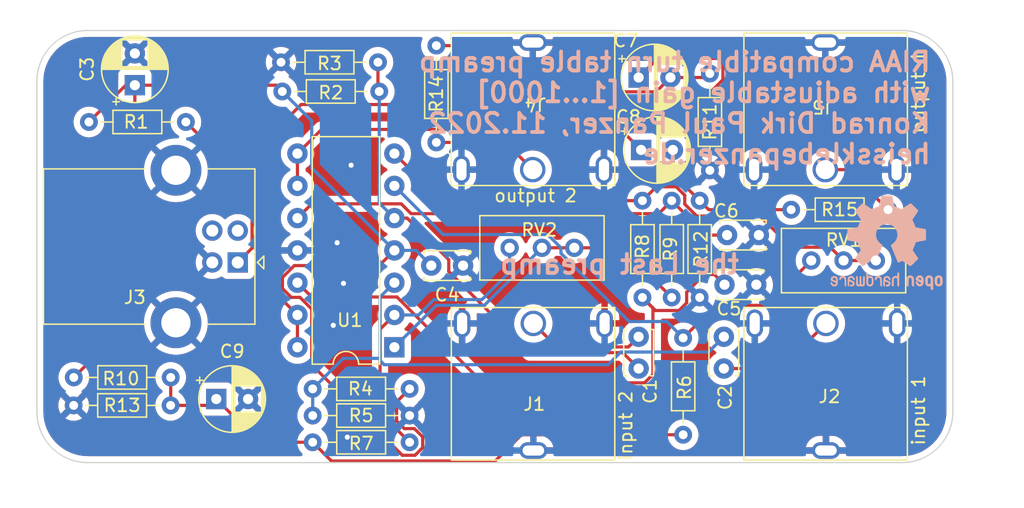
<source format=kicad_pcb>
(kicad_pcb (version 20211014) (generator pcbnew)
  (layers (0 "F.Cu" signal) (31 "B.Cu" signal) (34 "B.Paste" user) (35 "F.Paste" user) (36 "B.SilkS" user "B.Silkscreen") (37 "F.SilkS" user "F.Silkscreen") (38 "B.Mask" user) (39 "F.Mask" user) (44 "Edge.Cuts" user))
  (net 0 "")
  (net 1 "Net-(C1-Pad1)")
  (net 2 "Net-(U1-Pad5)")
  (net 3 "Net-(C2-Pad1)")
  (net 4 "Net-(U1-Pad3)")
  (net 5 "+5V")
  (net 6 "GND")
  (net 7 "Net-(U1-Pad12)")
  (net 8 "Net-(U1-Pad10)")
  (net 9 "Net-(U1-Pad13)")
  (net 10 "Net-(C7-Pad2)")
  (net 11 "Net-(U1-Pad8)")
  (net 12 "Net-(C8-Pad2)")
  (net 13 "+2V5")
  (net 14 "Net-(J3-Pad1)")
  (net 17 "Net-(J4-PadT)")
  (net 18 "Net-(J5-PadT)")
  (net 19 "Net-(U1-Pad6)")
  (net 20 "Net-(U1-Pad2)")
  (net 21 "Net-(U1-Pad7)")
  (net 22 "Net-(U1-Pad1)")
  (footprint "Resistor_THT:R_Axial_DIN0204_L3.6mm_D1.6mm_P7.62mm_Horizontal" (layer "F.Cu") (at 65.1 175.31 90)
    (fp_text reference "R11" (at 3.81 0 90) (layer "F.SilkS"))
    (fp_text value "47kΩ")
    (pad "1" thru_hole circle locked (at 0 0 90) (size 1.4 1.4) (drill 0.7) (layers *.Cu *.Mask) (net 6 "GND"))
    (pad "2" thru_hole oval locked (at 7.62 0 90) (size 1.4 1.4) (drill 0.7) (layers *.Cu *.Mask) (net 10 "Net-(C7-Pad2)"))
  )
  (footprint "Konradslibrary:cinch_einbaubuchse_CBP_G" (layer "F.Cu") (at 74.175 165.25 180)
    (fp_text reference "J5" (at 0.175 -5.05 180 unlocked) (layer "F.SilkS"))
    (fp_text value "AudioJack2")
    (pad "S" thru_hole oval (at -5.6 -10 180) (size 1.3 2.2) (drill oval 0.8 1.7) (layers *.Cu *.Mask) (net 6 "GND"))
    (pad "S" thru_hole oval (at 5.6 -10 180) (size 1.3 2.2) (drill oval 0.8 1.7) (layers *.Cu *.Mask) (net 6 "GND"))
    (pad "S" thru_hole oval (at 0 0 180) (size 2.2 1.3) (drill oval 1.7 0.8) (layers *.Cu *.Mask) (net 6 "GND"))
    (pad "T" thru_hole circle (at 0 -10 180) (size 2 2) (drill 1.5) (layers *.Cu *.Mask) (net 18 "Net-(J5-PadT)"))
  )
  (footprint "Resistor_THT:R_Axial_DIN0204_L3.6mm_D1.6mm_P7.62mm_Horizontal" (layer "F.Cu") (at 22.72 191.6 180)
    (fp_text reference "R10" (at 3.91 -0.1) (layer "F.SilkS"))
    (fp_text value "500Ω")
    (pad "1" thru_hole circle locked (at 0 0 180) (size 1.4 1.4) (drill 0.7) (layers *.Cu *.Mask) (net 13 "+2V5"))
    (pad "2" thru_hole oval locked (at 7.62 0 180) (size 1.4 1.4) (drill 0.7) (layers *.Cu *.Mask) (net 5 "+5V"))
  )
  (footprint "Capacitor_THT:CP_Radial_D5.0mm_P2.50mm" (layer "F.Cu") (at 59.5 168)
    (fp_text reference "C7" (at -1 -2.9) (layer "F.SilkS"))
    (fp_text value "10µF")
    (pad "1" thru_hole rect locked (at 0 0) (size 1.6 1.6) (drill 0.8) (layers *.Cu *.Mask) (net 9 "Net-(U1-Pad13)"))
    (pad "2" thru_hole circle locked (at 2.5 0) (size 1.6 1.6) (drill 0.8) (layers *.Cu *.Mask) (net 10 "Net-(C7-Pad2)"))
  )
  (footprint "Capacitor_THT:C_Disc_D3.4mm_W2.1mm_P2.50mm" (layer "F.Cu") (at 68.75 184.3 180)
    (fp_text reference "C5" (at 2.15 -1.9) (layer "F.SilkS"))
    (fp_text value "22nF")
    (pad "1" thru_hole circle locked (at 0 0 180) (size 1.6 1.6) (drill 0.8) (layers *.Cu *.Mask) (net 6 "GND"))
    (pad "2" thru_hole circle locked (at 2.5 0 180) (size 1.6 1.6) (drill 0.8) (layers *.Cu *.Mask) (net 7 "Net-(U1-Pad12)"))
  )
  (footprint "Konradslibrary:cinch_einbaubuchse_CBP_G" (layer "F.Cu") (at 74.225 197.35)
    (fp_text reference "J2" (at 0.275 -4.25 unlocked) (layer "F.SilkS"))
    (fp_text value "AudioJack2")
    (pad "S" thru_hole oval (at 0 0) (size 2.2 1.3) (drill oval 1.7 0.8) (layers *.Cu *.Mask) (net 6 "GND"))
    (pad "S" thru_hole oval (at -5.6 -10) (size 1.3 2.2) (drill oval 0.8 1.7) (layers *.Cu *.Mask) (net 6 "GND"))
    (pad "S" thru_hole oval (at 5.6 -10) (size 1.3 2.2) (drill oval 0.8 1.7) (layers *.Cu *.Mask) (net 6 "GND"))
    (pad "T" thru_hole circle (at 0 -10) (size 2 2) (drill 1.5) (layers *.Cu *.Mask) (net 3 "Net-(C2-Pad1)"))
  )
  (footprint "Capacitor_THT:CP_Radial_D5.0mm_P2.50mm" (layer "F.Cu") (at 26.3 193.3)
    (fp_text reference "C9" (at 1.25 -3.75) (layer "F.SilkS"))
    (fp_text value "1µF")
    (pad "1" thru_hole rect locked (at 0 0) (size 1.6 1.6) (drill 0.8) (layers *.Cu *.Mask) (net 13 "+2V5"))
    (pad "2" thru_hole circle locked (at 2.5 0) (size 1.6 1.6) (drill 0.8) (layers *.Cu *.Mask) (net 6 "GND"))
  )
  (footprint "Package_DIP:DIP-14_W7.62mm" (layer "F.Cu") (at 40.3 189.225 180)
    (fp_text reference "U1" (at 3.5 2.125) (layer "F.SilkS"))
    (fp_text value "MCP6004")
    (pad "1" thru_hole rect locked (at 0 0 180) (size 1.6 1.6) (drill 0.8) (layers *.Cu *.Mask) (net 22 "Net-(U1-Pad1)"))
    (pad "2" thru_hole oval locked (at 0 2.54 180) (size 1.6 1.6) (drill 0.8) (layers *.Cu *.Mask) (net 20 "Net-(U1-Pad2)"))
    (pad "3" thru_hole oval locked (at 0 5.08 180) (size 1.6 1.6) (drill 0.8) (layers *.Cu *.Mask) (net 4 "Net-(U1-Pad3)"))
    (pad "4" thru_hole oval locked (at 0 7.62 180) (size 1.6 1.6) (drill 0.8) (layers *.Cu *.Mask) (net 5 "+5V"))
    (pad "5" thru_hole oval locked (at 0 10.16 180) (size 1.6 1.6) (drill 0.8) (layers *.Cu *.Mask) (net 2 "Net-(U1-Pad5)"))
    (pad "6" thru_hole oval locked (at 0 12.7 180) (size 1.6 1.6) (drill 0.8) (layers *.Cu *.Mask) (net 19 "Net-(U1-Pad6)"))
    (pad "7" thru_hole oval locked (at 0 15.24 180) (size 1.6 1.6) (drill 0.8) (layers *.Cu *.Mask) (net 21 "Net-(U1-Pad7)"))
    (pad "8" thru_hole oval locked (at 7.62 15.24 180) (size 1.6 1.6) (drill 0.8) (layers *.Cu *.Mask) (net 11 "Net-(U1-Pad8)"))
    (pad "9" thru_hole oval locked (at 7.62 12.7 180) (size 1.6 1.6) (drill 0.8) (layers *.Cu *.Mask) (net 11 "Net-(U1-Pad8)"))
    (pad "10" thru_hole oval locked (at 7.62 10.16 180) (size 1.6 1.6) (drill 0.8) (layers *.Cu *.Mask) (net 8 "Net-(U1-Pad10)"))
    (pad "11" thru_hole oval locked (at 7.62 7.62 180) (size 1.6 1.6) (drill 0.8) (layers *.Cu *.Mask) (net 6 "GND"))
    (pad "12" thru_hole oval locked (at 7.62 5.08 180) (size 1.6 1.6) (drill 0.8) (layers *.Cu *.Mask) (net 7 "Net-(U1-Pad12)"))
    (pad "13" thru_hole oval locked (at 7.62 2.54 180) (size 1.6 1.6) (drill 0.8) (layers *.Cu *.Mask) (net 9 "Net-(U1-Pad13)"))
    (pad "14" thru_hole oval locked (at 7.62 0 180) (size 1.6 1.6) (drill 0.8) (layers *.Cu *.Mask) (net 9 "Net-(U1-Pad13)"))
  )
  (footprint "Capacitor_THT:CP_Radial_D5.0mm_P2.50mm" (layer "F.Cu") (at 59.694888 173.7)
    (fp_text reference "C8" (at -0.994888 -2.6) (layer "F.SilkS"))
    (fp_text value "10µF")
    (pad "1" thru_hole rect locked (at 0 0) (size 1.6 1.6) (drill 0.8) (layers *.Cu *.Mask) (net 11 "Net-(U1-Pad8)"))
    (pad "2" thru_hole circle locked (at 2.5 0) (size 1.6 1.6) (drill 0.8) (layers *.Cu *.Mask) (net 12 "Net-(C8-Pad2)"))
  )
  (footprint "Connector_USB:USB_B_Lumberg_2411_02_Horizontal" (layer "F.Cu") (at 27.9875 182.55 180)
    (fp_text reference "J3" (at 8.0875 -2.75) (layer "F.SilkS"))
    (fp_text value "USB_A")
    (pad "1" thru_hole rect locked (at 0 0 270) (size 1.6 1.6) (drill 0.95) (layers *.Cu *.Mask) (net 14 "Net-(J3-Pad1)"))
    (pad "2" thru_hole circle locked (at 0 2.5 270) (size 1.6 1.6) (drill 0.95) (layers *.Cu *.Mask))
    (pad "3" thru_hole circle locked (at 2 2.5 270) (size 1.6 1.6) (drill 0.95) (layers *.Cu *.Mask))
    (pad "4" thru_hole circle locked (at 2 0 270) (size 1.6 1.6) (drill 0.95) (layers *.Cu *.Mask) (net 6 "GND"))
    (pad "5" thru_hole circle locked (at 4.86 7.25 270) (size 4 4) (drill 2.3) (layers *.Cu *.Mask) (net 6 "GND"))
    (pad "5" thru_hole circle locked (at 4.86 -4.75 270) (size 4 4) (drill 2.3) (layers *.Cu *.Mask) (net 6 "GND"))
  )
  (footprint "Capacitor_THT:C_Disc_D3.4mm_W2.1mm_P2.50mm" (layer "F.Cu") (at 59.5 188.4 -90)
    (fp_text reference "C1" (at 4.3 -0.9 90) (layer "F.SilkS"))
    (fp_text value "200nF")
    (pad "1" thru_hole circle locked (at 0 0 270) (size 1.6 1.6) (drill 0.8) (layers *.Cu *.Mask) (net 1 "Net-(C1-Pad1)"))
    (pad "2" thru_hole circle locked (at 2.5 0 270) (size 1.6 1.6) (drill 0.8) (layers *.Cu *.Mask) (net 2 "Net-(U1-Pad5)"))
  )
  (footprint "Potentiometer_THT:Potentiometer_Bourns_3296W_Vertical" (layer "F.Cu") (at 78.15 182.4)
    (fp_text reference "RV1" (at -2.54 -1.6) (layer "F.SilkS"))
    (fp_text value "1MΩ")
    (pad "1" thru_hole circle locked (at 0 0) (size 1.44 1.44) (drill 0.8) (layers *.Cu *.Mask) (net 21 "Net-(U1-Pad7)"))
    (pad "2" thru_hole circle locked (at -2.54 0) (size 1.44 1.44) (drill 0.8) (layers *.Cu *.Mask) (net 21 "Net-(U1-Pad7)"))
    (pad "3" thru_hole circle locked (at -5.08 0) (size 1.44 1.44) (drill 0.8) (layers *.Cu *.Mask) (net 19 "Net-(U1-Pad6)"))
  )
  (footprint "Resistor_THT:R_Axial_DIN0204_L3.6mm_D1.6mm_P7.62mm_Horizontal" (layer "F.Cu") (at 43.6 173.11 90)
    (fp_text reference "R14" (at 3.81 0 90) (layer "F.SilkS"))
    (fp_text value "100Ω")
    (pad "1" thru_hole circle locked (at 0 0 90) (size 1.4 1.4) (drill 0.7) (layers *.Cu *.Mask) (net 17 "Net-(J4-PadT)"))
    (pad "2" thru_hole oval locked (at 7.62 0 90) (size 1.4 1.4) (drill 0.7) (layers *.Cu *.Mask) (net 10 "Net-(C7-Pad2)"))
  )
  (footprint "Capacitor_THT:C_Disc_D3.4mm_W2.1mm_P2.50mm" (layer "F.Cu") (at 66.2 190.9 90)
    (fp_text reference "C2" (at -2.3 0.1 90) (layer "F.SilkS"))
    (fp_text value "200nF")
    (pad "1" thru_hole circle locked (at 0 0 90) (size 1.6 1.6) (drill 0.8) (layers *.Cu *.Mask) (net 3 "Net-(C2-Pad1)"))
    (pad "2" thru_hole circle locked (at 2.5 0 90) (size 1.6 1.6) (drill 0.8) (layers *.Cu *.Mask) (net 4 "Net-(U1-Pad3)"))
  )
  (footprint "Resistor_THT:R_Axial_DIN0204_L3.6mm_D1.6mm_P7.62mm_Horizontal" (layer "F.Cu") (at 39.11 169.1 180)
    (fp_text reference "R2" (at 3.81 -0.1) (layer "F.SilkS"))
    (fp_text value "150kΩ")
    (pad "1" thru_hole circle locked (at 0 0 180) (size 1.4 1.4) (drill 0.7) (layers *.Cu *.Mask) (net 2 "Net-(U1-Pad5)"))
    (pad "2" thru_hole oval locked (at 7.62 0 180) (size 1.4 1.4) (drill 0.7) (layers *.Cu *.Mask) (net 5 "+5V"))
  )
  (footprint "Resistor_THT:R_Axial_DIN0204_L3.6mm_D1.6mm_P7.62mm_Horizontal" (layer "F.Cu") (at 16.29 171.5)
    (fp_text reference "R1" (at 3.71 0) (layer "F.SilkS"))
    (fp_text value "100Ω")
    (pad "1" thru_hole circle locked (at 0 0) (size 1.4 1.4) (drill 0.7) (layers *.Cu *.Mask) (net 5 "+5V"))
    (pad "2" thru_hole oval locked (at 7.62 0) (size 1.4 1.4) (drill 0.7) (layers *.Cu *.Mask) (net 14 "Net-(J3-Pad1)"))
  )
  (footprint "Konradslibrary:cinch_einbaubuchse_CBP_G" (layer "F.Cu") (at 51.225 197.35)
    (fp_text reference "J1" (at 0.075 -3.65 unlocked) (layer "F.SilkS"))
    (fp_text value "AudioJack2")
    (pad "S" thru_hole oval (at -5.6 -10) (size 1.3 2.2) (drill oval 0.8 1.7) (layers *.Cu *.Mask) (net 6 "GND"))
    (pad "S" thru_hole oval (at 5.6 -10) (size 1.3 2.2) (drill oval 0.8 1.7) (layers *.Cu *.Mask) (net 6 "GND"))
    (pad "S" thru_hole oval (at 0 0) (size 2.2 1.3) (drill oval 1.7 0.8) (layers *.Cu *.Mask) (net 6 "GND"))
    (pad "T" thru_hole circle (at 0 -10) (size 2 2) (drill 1.5) (layers *.Cu *.Mask) (net 1 "Net-(C1-Pad1)"))
  )
  (footprint "Resistor_THT:R_Axial_DIN0204_L3.6mm_D1.6mm_P7.62mm_Horizontal" (layer "F.Cu") (at 79.11 178.4 180)
    (fp_text reference "R15" (at 3.81 0) (layer "F.SilkS"))
    (fp_text value "100Ω")
    (pad "1" thru_hole circle locked (at 0 0 180) (size 1.4 1.4) (drill 0.7) (layers *.Cu *.Mask) (net 18 "Net-(J5-PadT)"))
    (pad "2" thru_hole oval locked (at 7.62 0 180) (size 1.4 1.4) (drill 0.7) (layers *.Cu *.Mask) (net 12 "Net-(C8-Pad2)"))
  )
  (footprint "Resistor_THT:R_Axial_DIN0204_L3.6mm_D1.6mm_P7.62mm_Horizontal" (layer "F.Cu") (at 31.39 166.8)
    (fp_text reference "R3" (at 3.81 0.1) (layer "F.SilkS"))
    (fp_text value "150kΩ")
    (pad "1" thru_hole circle locked (at 0 0) (size 1.4 1.4) (drill 0.7) (layers *.Cu *.Mask) (net 6 "GND"))
    (pad "2" thru_hole oval locked (at 7.62 0) (size 1.4 1.4) (drill 0.7) (layers *.Cu *.Mask) (net 2 "Net-(U1-Pad5)"))
  )
  (footprint "Resistor_THT:R_Axial_DIN0204_L3.6mm_D1.6mm_P7.62mm_Horizontal" (layer "F.Cu") (at 64.3 185.31 90)
    (fp_text reference "R12" (at 3.81 0.1 90) (layer "F.SilkS"))
    (fp_text value "47kΩ")
    (pad "1" thru_hole circle locked (at 0 0 90) (size 1.4 1.4) (drill 0.7) (layers *.Cu *.Mask) (net 6 "GND"))
    (pad "2" thru_hole oval locked (at 7.62 0 90) (size 1.4 1.4) (drill 0.7) (layers *.Cu *.Mask) (net 12 "Net-(C8-Pad2)"))
  )
  (footprint "Resistor_THT:R_Axial_DIN0204_L3.6mm_D1.6mm_P7.62mm_Horizontal" (layer "F.Cu") (at 59.8 185.31 90)
    (fp_text reference "R8" (at 4.01 0 90) (layer "F.SilkS"))
    (fp_text value "72kΩ")
    (pad "1" thru_hole circle locked (at 0 0 90) (size 1.4 1.4) (drill 0.7) (layers *.Cu *.Mask) (net 7 "Net-(U1-Pad12)"))
    (pad "2" thru_hole oval locked (at 7.62 0 90) (size 1.4 1.4) (drill 0.7) (layers *.Cu *.Mask) (net 21 "Net-(U1-Pad7)"))
  )
  (footprint "Resistor_THT:R_Axial_DIN0204_L3.6mm_D1.6mm_P7.62mm_Horizontal" (layer "F.Cu") (at 63 196.11 90)
    (fp_text reference "R6" (at 3.71 0.1 90) (layer "F.SilkS"))
    (fp_text value "10kΩ")
    (pad "1" thru_hole circle locked (at 0 0 90) (size 1.4 1.4) (drill 0.7) (layers *.Cu *.Mask) (net 13 "+2V5"))
    (pad "2" thru_hole oval locked (at 7.62 0 90) (size 1.4 1.4) (drill 0.7) (layers *.Cu *.Mask) (net 19 "Net-(U1-Pad6)"))
  )
  (footprint "Resistor_THT:R_Axial_DIN0204_L3.6mm_D1.6mm_P7.62mm_Horizontal" (layer "F.Cu") (at 33.88 192.5)
    (fp_text reference "R4" (at 3.75 0) (layer "F.SilkS"))
    (fp_text value "150kΩ")
    (pad "1" thru_hole circle locked (at 0 0) (size 1.4 1.4) (drill 0.7) (layers *.Cu *.Mask) (net 4 "Net-(U1-Pad3)"))
    (pad "2" thru_hole oval locked (at 7.62 0) (size 1.4 1.4) (drill 0.7) (layers *.Cu *.Mask) (net 5 "+5V"))
  )
  (footprint "Capacitor_THT:C_Disc_D3.4mm_W2.1mm_P2.50mm" (layer "F.Cu") (at 68.95 180.4 180)
    (fp_text reference "C6" (at 2.55 1.9) (layer "F.SilkS"))
    (fp_text value "22nF")
    (pad "1" thru_hole circle locked (at 0 0 180) (size 1.6 1.6) (drill 0.8) (layers *.Cu *.Mask) (net 6 "GND"))
    (pad "2" thru_hole circle locked (at 2.5 0 180) (size 1.6 1.6) (drill 0.8) (layers *.Cu *.Mask) (net 8 "Net-(U1-Pad10)"))
  )
  (footprint "Resistor_THT:R_Axial_DIN0204_L3.6mm_D1.6mm_P7.62mm_Horizontal" (layer "F.Cu") (at 62.1 177.69 -90)
    (fp_text reference "R9" (at 3.81 0.1 90) (layer "F.SilkS"))
    (fp_text value "72kΩ")
    (pad "1" thru_hole circle locked (at 0 0 270) (size 1.4 1.4) (drill 0.7) (layers *.Cu *.Mask) (net 8 "Net-(U1-Pad10)"))
    (pad "2" thru_hole oval locked (at 7.62 0 270) (size 1.4 1.4) (drill 0.7) (layers *.Cu *.Mask) (net 22 "Net-(U1-Pad1)"))
  )
  (footprint "Resistor_THT:R_Axial_DIN0204_L3.6mm_D1.6mm_P7.62mm_Horizontal" (layer "F.Cu") (at 33.88 196.7)
    (fp_text reference "R7" (at 3.81 0.1) (layer "F.SilkS"))
    (fp_text value "10kΩ")
    (pad "1" thru_hole circle locked (at 0 0) (size 1.4 1.4) (drill 0.7) (layers *.Cu *.Mask) (net 13 "+2V5"))
    (pad "2" thru_hole oval locked (at 7.62 0) (size 1.4 1.4) (drill 0.7) (layers *.Cu *.Mask) (net 20 "Net-(U1-Pad2)"))
  )
  (footprint "Capacitor_THT:C_Disc_D3.4mm_W2.1mm_P2.50mm" (layer "F.Cu") (at 45.7 182.8 180)
    (fp_text reference "C4" (at 1.25 -2.3) (layer "F.SilkS"))
    (fp_text value "100nF")
    (pad "1" thru_hole circle locked (at 0 0 180) (size 1.6 1.6) (drill 0.8) (layers *.Cu *.Mask) (net 6 "GND"))
    (pad "2" thru_hole circle locked (at 2.5 0 180) (size 1.6 1.6) (drill 0.8) (layers *.Cu *.Mask) (net 5 "+5V"))
  )
  (footprint "Konradslibrary:cinch_einbaubuchse_CBP_G" (layer "F.Cu") (at 51.175 165.25 180)
    (fp_text reference "J4" (at -0.225 -4.85 180 unlocked) (layer "F.SilkS"))
    (fp_text value "AudioJack2")
    (pad "S" thru_hole oval (at 5.6 -10 180) (size 1.3 2.2) (drill oval 0.8 1.7) (layers *.Cu *.Mask) (net 6 "GND"))
    (pad "S" thru_hole oval (at 0 0 180) (size 2.2 1.3) (drill oval 1.7 0.8) (layers *.Cu *.Mask) (net 6 "GND"))
    (pad "S" thru_hole oval (at -5.6 -10 180) (size 1.3 2.2) (drill oval 0.8 1.7) (layers *.Cu *.Mask) (net 6 "GND"))
    (pad "T" thru_hole circle (at 0 -10 180) (size 2 2) (drill 1.5) (layers *.Cu *.Mask) (net 17 "Net-(J4-PadT)"))
  )
  (footprint "Capacitor_THT:CP_Radial_D5.0mm_P2.50mm" (layer "F.Cu") (at 19.9 168.605113 90)
    (fp_text reference "C3" (at 1.25 -3.75 90) (layer "F.SilkS"))
    (fp_text value "1uF")
    (pad "1" thru_hole rect locked (at 0 0 90) (size 1.6 1.6) (drill 0.8) (layers *.Cu *.Mask) (net 5 "+5V"))
    (pad "2" thru_hole circle locked (at 2.5 0 90) (size 1.6 1.6) (drill 0.8) (layers *.Cu *.Mask) (net 6 "GND"))
  )
  (footprint "Resistor_THT:R_Axial_DIN0204_L3.6mm_D1.6mm_P7.62mm_Horizontal" (layer "F.Cu") (at 41.5 194.6 180)
    (fp_text reference "R5" (at 3.81 0) (layer "F.SilkS"))
    (fp_text value "150kΩ")
    (pad "1" thru_hole circle locked (at 0 0 180) (size 1.4 1.4) (drill 0.7) (layers *.Cu *.Mask) (net 6 "GND"))
    (pad "2" thru_hole oval locked (at 7.62 0 180) (size 1.4 1.4) (drill 0.7) (layers *.Cu *.Mask) (net 4 "Net-(U1-Pad3)"))
  )
  (footprint "Potentiometer_THT:Potentiometer_Bourns_3296W_Vertical" (layer "F.Cu") (at 54.44 181.4)
    (fp_text reference "RV2" (at -2.75 -1.4) (layer "F.SilkS"))
    (fp_text value "1MΩ")
    (pad "1" thru_hole circle locked (at 0 0) (size 1.44 1.44) (drill 0.8) (layers *.Cu *.Mask) (net 22 "Net-(U1-Pad1)"))
    (pad "2" thru_hole circle locked (at -2.54 0) (size 1.44 1.44) (drill 0.8) (layers *.Cu *.Mask) (net 22 "Net-(U1-Pad1)"))
    (pad "3" thru_hole circle locked (at -5.08 0) (size 1.44 1.44) (drill 0.8) (layers *.Cu *.Mask) (net 20 "Net-(U1-Pad2)"))
  )
  (footprint "Resistor_THT:R_Axial_DIN0204_L3.6mm_D1.6mm_P7.62mm_Horizontal" (layer "F.Cu") (at 15.09 193.8)
    (fp_text reference "R13" (at 3.81 0) (layer "F.SilkS"))
    (fp_text value "500Ω")
    (pad "1" thru_hole circle locked (at 0 0) (size 1.4 1.4) (drill 0.7) (layers *.Cu *.Mask) (net 6 "GND"))
    (pad "2" thru_hole oval locked (at 7.62 0) (size 1.4 1.4) (drill 0.7) (layers *.Cu *.Mask) (net 13 "+2V5"))
  )
  (footprint "Symbol:OSHW-Logo2_9.8x8mm_SilkScreen" (layer "B.Cu") (at 79 181 180)
    (fp_text reference "REF**" hide)
    (fp_text value "OSHW-Logo2_9.8x8mm_SilkScreen" hide)
  )
  (gr_line (start 16.2 198.3) (end 80.2 198.3) (layer "Edge.Cuts") (width 0.1))
  (gr_arc (start 12.2 168.3) (mid 13.371573 165.471573) (end 16.2 164.3) (layer "Edge.Cuts") (width 0.1))
  (gr_arc (start 80.2 164.3) (mid 83.028427 165.471573) (end 84.2 168.3) (layer "Edge.Cuts") (width 0.1))
  (gr_arc (start 84.2 194.3) (mid 83.028427 197.128427) (end 80.2 198.3) (layer "Edge.Cuts") (width 0.1))
  (gr_line (start 12.2 194.3) (end 12.2 168.3) (layer "Edge.Cuts") (width 0.1))
  (gr_arc (start 16.2 198.3) (mid 13.371573 197.128427) (end 12.2 194.3) (layer "Edge.Cuts") (width 0.1))
  (gr_line (start 84.2 194.3) (end 84.2 168.3) (layer "Edge.Cuts") (width 0.1))
  (gr_line (start 16.2 164.3) (end 80.2 164.3) (layer "Edge.Cuts") (width 0.1))
  (gr_text "RIAA compatible turn table preamp \nwith adjustable gain [1...1000]\nKonrad Dirk Paul Panzer, 11.2022\nheissklebepanzer.de" (at 82.6 170.4) (layer "B.SilkS") (effects (font (size 1.5 1.5) (thickness 0.3)) (justify left mirror)))
  (gr_text "the Last preamp" (at 58 182.7) (layer "B.SilkS") (effects (font (size 1.5 1.5) (thickness 0.3)) (justify mirror)))
  (gr_text "input 2\n\n" (at 59.3 195.4 90) (layer "F.SilkS") (effects (font (size 1 1))))
  (gr_text "output 1\n" (at 81.5 169.1 90) (layer "F.SilkS") (effects (font (size 1 1))))
  (gr_text "input 1\n" (at 81.5 194.2 90) (layer "F.SilkS") (effects (font (size 1 1))))
  (gr_text "output 2" (at 51.4 177.3) (layer "F.SilkS") (effects (font (size 1 1))))
  (segment (start 58.700001 189.199999) (end 59.5 188.4) (width 0.25) (layer "F.Cu") (net 1))
  (segment (start 51.225 187.35) (end 53.074999 189.199999) (width 0.25) (layer "F.Cu") (net 1))
  (segment (start 53.074999 189.199999) (end 58.700001 189.199999) (width 0.25) (layer "F.Cu") (net 1))
  (segment (start 39.01 169) (end 39.11 169.1) (width 0.25) (layer "F.Cu") (net 2))
  (segment (start 40.3 179.065) (end 41.306278 179.065) (width 0.25) (layer "F.Cu") (net 2))
  (segment (start 39.01 166.8) (end 39.01 169) (width 0.25) (layer "F.Cu") (net 2))
  (segment (start 44.575489 182.334211) (end 44.575489 183.265789) (width 0.25) (layer "F.Cu") (net 2))
  (segment (start 50.959219 189.649519) (end 58.249519 189.649519) (width 0.25) (layer "F.Cu") (net 2))
  (segment (start 41.306278 179.065) (end 44.575489 182.334211) (width 0.25) (layer "F.Cu") (net 2))
  (segment (start 58.249519 189.649519) (end 59.5 190.9) (width 0.25) (layer "F.Cu") (net 2))
  (segment (start 44.575489 183.265789) (end 50.959219 189.649519) (width 0.25) (layer "F.Cu") (net 2))
  (segment (start 40.3 179.065) (end 39.11 177.875) (width 0.25) (layer "B.Cu") (net 2))
  (segment (start 39.11 177.875) (end 39.11 169.1) (width 0.25) (layer "B.Cu") (net 2))
  (segment (start 66.2 190.9) (end 70.675 190.9) (width 0.25) (layer "F.Cu") (net 3))
  (segment (start 70.675 190.9) (end 74.225 187.35) (width 0.25) (layer "F.Cu") (net 3))
  (segment (start 57.1 190.6) (end 58.1 189.6) (width 0.25) (layer "B.Cu") (net 4))
  (segment (start 39.175489 189.575489) (end 39.175489 190.275489) (width 0.25) (layer "B.Cu") (net 4))
  (segment (start 33.88 192.5) (end 33.88 194.6) (width 0.25) (layer "B.Cu") (net 4))
  (segment (start 33.88 192.5) (end 36.28 190.1) (width 0.25) (layer "B.Cu") (net 4))
  (segment (start 39.175489 190.275489) (end 39.5 190.6) (width 0.25) (layer "B.Cu") (net 4))
  (segment (start 58.1 189.6) (end 65 189.6) (width 0.25) (layer "B.Cu") (net 4))
  (segment (start 65 189.6) (end 66.2 188.4) (width 0.25) (layer "B.Cu") (net 4))
  (segment (start 36.28 190.1) (end 39.175489 190.1) (width 0.25) (layer "B.Cu") (net 4))
  (segment (start 39.175489 185.269511) (end 39.175489 189.575489) (width 0.25) (layer "B.Cu") (net 4))
  (segment (start 39.175489 190.1) (end 39.175489 189.575489) (width 0.25) (layer "B.Cu") (net 4))
  (segment (start 39.5 190.6) (end 57.1 190.6) (width 0.25) (layer "B.Cu") (net 4))
  (segment (start 40.3 184.145) (end 39.175489 185.269511) (width 0.25) (layer "B.Cu") (net 4))
  (segment (start 31.5 184.6) (end 31.5 183.7347) (width 0.25) (layer "F.Cu") (net 5))
  (segment (start 16.29 171.5) (end 19.184887 168.605113) (width 0.25) (layer "F.Cu") (net 5))
  (segment (start 42.524511 196.275633) (end 42.524511 197.124367) (width 0.25) (layer "F.Cu") (net 5))
  (segment (start 40.475489 195.024367) (end 41.075633 195.624511) (width 0.25) (layer "F.Cu") (net 5))
  (segment (start 41.924367 197.724511) (end 40.924511 197.724511) (width 0.25) (layer "F.Cu") (net 5))
  (segment (start 32.4347 182.8) (end 39.105 182.8) (width 0.25) (layer "F.Cu") (net 5))
  (segment (start 19.9 186.8) (end 15.1 191.6) (width 0.25) (layer "F.Cu") (net 5))
  (segment (start 33.804511 186.219211) (end 32.8853 185.3) (width 0.25) (layer "F.Cu") (net 5))
  (segment (start 19.9 168.605113) (end 19.9 186.8) (width 0.25) (layer "F.Cu") (net 5))
  (segment (start 42.524511 197.124367) (end 41.924367 197.724511) (width 0.25) (layer "F.Cu") (net 5))
  (segment (start 31.5 183.7347) (end 32.4347 182.8) (width 0.25) (layer "F.Cu") (net 5))
  (segment (start 39.105 182.8) (end 40.3 181.605) (width 0.25) (layer "F.Cu") (net 5))
  (segment (start 40.924511 197.724511) (end 33.804511 190.604511) (width 0.25) (layer "F.Cu") (net 5))
  (segment (start 41.873389 195.624511) (end 42.524511 196.275633) (width 0.25) (layer "F.Cu") (net 5))
  (segment (start 32.2 185.3) (end 31.5 184.6) (width 0.25) (layer "F.Cu") (net 5))
  (segment (start 32.8853 185.3) (end 32.2 185.3) (width 0.25) (layer "F.Cu") (net 5))
  (segment (start 19.184887 168.605113) (end 19.9 168.605113) (width 0.25) (layer "F.Cu") (net 5))
  (segment (start 30.995113 168.605113) (end 31.49 169.1) (width 0.25) (layer "F.Cu") (net 5))
  (segment (start 41.075633 195.624511) (end 41.873389 195.624511) (width 0.25) (layer "F.Cu") (net 5))
  (segment (start 40.475489 193.524511) (end 40.475489 195.024367) (width 0.25) (layer "F.Cu") (net 5))
  (segment (start 41.5 192.5) (end 40.475489 193.524511) (width 0.25) (layer "F.Cu") (net 5))
  (segment (start 19.9 168.605113) (end 30.995113 168.605113) (width 0.25) (layer "F.Cu") (net 5))
  (segment (start 33.804511 190.604511) (end 33.804511 186.219211) (width 0.25) (layer "F.Cu") (net 5))
  (segment (start 33.804511 175.109511) (end 40.3 181.605) (width 0.25) (layer "B.Cu") (net 5))
  (segment (start 40.3 181.605) (end 42.005 181.605) (width 0.25) (layer "B.Cu") (net 5))
  (segment (start 33.804511 171.414511) (end 33.804511 175.109511) (width 0.25) (layer "B.Cu") (net 5))
  (segment (start 42.005 181.605) (end 43.2 182.8) (width 0.25) (layer "B.Cu") (net 5))
  (segment (start 31.49 169.1) (end 33.804511 171.414511) (width 0.25) (layer "B.Cu") (net 5))
  (via (at 36.3 184.2) (size 0.8) (drill 0.4) (layers "F.Cu" "B.Cu") (net 6))
  (via (at 35.8 181) (size 0.8) (drill 0.4) (layers "F.Cu" "B.Cu") (net 6))
  (via (at 35.5 187.5) (size 0.8) (drill 0.4) (layers "F.Cu" "B.Cu") (net 6))
  (via (at 36.9 174.9) (size 0.8) (drill 0.4) (layers "F.Cu" "B.Cu") (net 6))
  (via (at 36.6 196.3) (size 0.8) (drill 0.4) (layers "F.Cu" "B.Cu") (net 6))
  (segment (start 59.8 185.31) (end 60.624511 186.134511) (width 0.25) (layer "F.Cu") (net 7))
  (segment (start 64.661121 183.500001) (end 63.275489 184.885633) (width 0.25) (layer "F.Cu") (net 7))
  (segment (start 60.624511 191.365789) (end 59.965789 192.024511) (width 0.25) (layer "F.Cu") (net 7))
  (segment (start 65.450001 183.500001) (end 64.661121 183.500001) (width 0.25) (layer "F.Cu") (net 7))
  (segment (start 63.275489 184.885633) (end 63.275489 185.734367) (width 0.25) (layer "F.Cu") (net 7))
  (segment (start 66.25 184.3) (end 65.450001 183.500001) (width 0.25) (layer "F.Cu") (net 7))
  (segment (start 63.275489 185.734367) (end 62.675345 186.334511) (width 0.25) (layer "F.Cu") (net 7))
  (segment (start 60.824511 186.334511) (end 59.8 185.31) (width 0.25) (layer "F.Cu") (net 7))
  (segment (start 62.675345 186.334511) (end 60.824511 186.334511) (width 0.25) (layer "F.Cu") (net 7))
  (segment (start 59.965789 192.024511) (end 47.255 192.024511) (width 0.25) (layer "F.Cu") (net 7))
  (segment (start 47.255 192.024511) (end 40.5 185.269511) (width 0.25) (layer "F.Cu") (net 7))
  (segment (start 60.624511 186.134511) (end 60.624511 191.365789) (width 0.25) (layer "F.Cu") (net 7))
  (segment (start 40.5 185.269511) (end 33.804511 185.269511) (width 0.25) (layer "F.Cu") (net 7))
  (segment (start 33.804511 185.269511) (end 32.68 184.145) (width 0.25) (layer "F.Cu") (net 7))
  (segment (start 33.804511 177.940489) (end 32.68 179.065) (width 0.25) (layer "F.Cu") (net 8))
  (segment (start 61.075489 178.714511) (end 41.614511 178.714511) (width 0.25) (layer "F.Cu") (net 8))
  (segment (start 62.1 177.69) (end 61.075489 178.714511) (width 0.25) (layer "F.Cu") (net 8))
  (segment (start 64.81 180.4) (end 66.45 180.4) (width 0.25) (layer "F.Cu") (net 8))
  (segment (start 62.1 177.69) (end 64.81 180.4) (width 0.25) (layer "F.Cu") (net 8))
  (segment (start 41.614511 178.714511) (end 40.840489 177.940489) (width 0.25) (layer "F.Cu") (net 8))
  (segment (start 40.840489 177.940489) (end 33.804511 177.940489) (width 0.25) (layer "F.Cu") (net 8))
  (segment (start 66.124511 168.175489) (end 66.124511 166.924511) (width 0.25) (layer "F.Cu") (net 9))
  (segment (start 32.975489 170.124511) (end 64.175489 170.124511) (width 0.25) (layer "F.Cu") (net 9))
  (segment (start 32.68 186.685) (end 29.6 183.605) (width 0.25) (layer "F.Cu") (net 9))
  (segment (start 61 166.5) (end 59.5 168) (width 0.25) (layer "F.Cu") (net 9))
  (segment (start 29.6 173.5) (end 32.975489 170.124511) (width 0.25) (layer "F.Cu") (net 9))
  (segment (start 65.7 166.5) (end 61 166.5) (width 0.25) (layer "F.Cu") (net 9))
  (segment (start 32.68 189.225) (end 32.68 186.685) (width 0.25) (layer "F.Cu") (net 9))
  (segment (start 29.6 183.605) (end 29.6 173.5) (width 0.25) (layer "F.Cu") (net 9))
  (segment (start 64.175489 170.124511) (end 66.124511 168.175489) (width 0.25) (layer "F.Cu") (net 9))
  (segment (start 66.124511 166.924511) (end 65.7 166.5) (width 0.25) (layer "F.Cu") (net 9))
  (segment (start 60.875489 169.124511) (end 62 168) (width 0.25) (layer "F.Cu") (net 10))
  (segment (start 52.124511 169.124511) (end 60.875489 169.124511) (width 0.25) (layer "F.Cu") (net 10))
  (segment (start 62 168) (end 64.79 168) (width 0.25) (layer "F.Cu") (net 10))
  (segment (start 48.49 165.49) (end 52.124511 169.124511) (width 0.25) (layer "F.Cu") (net 10))
  (segment (start 64.79 168) (end 65.1 167.69) (width 0.25) (layer "F.Cu") (net 10))
  (segment (start 43.6 165.49) (end 48.49 165.49) (width 0.25) (layer "F.Cu") (net 10))
  (segment (start 32.68 176.525) (end 32.68 173.985) (width 0.25) (layer "F.Cu") (net 11))
  (segment (start 32.68 173.985) (end 34.579511 172.085489) (width 0.25) (layer "F.Cu") (net 11))
  (segment (start 34.579511 172.085489) (end 58.080377 172.085489) (width 0.25) (layer "F.Cu") (net 11))
  (segment (start 58.080377 172.085489) (end 59.694888 173.7) (width 0.25) (layer "F.Cu") (net 11))
  (segment (start 62.194888 173.7) (end 62.194888 175.584888) (width 0.25) (layer "F.Cu") (net 12))
  (segment (start 62.194888 175.584888) (end 64.3 177.69) (width 0.25) (layer "F.Cu") (net 12))
  (segment (start 65.01 178.4) (end 64.3 177.69) (width 0.25) (layer "F.Cu") (net 12))
  (segment (start 71.49 178.4) (end 65.01 178.4) (width 0.25) (layer "F.Cu") (net 12))
  (segment (start 48.225969 198.174031) (end 50.29 196.11) (width 0.25) (layer "F.Cu") (net 13))
  (segment (start 22.72 191.6) (end 22.72 193.79) (width 0.25) (layer "F.Cu") (net 13))
  (segment (start 35.354031 198.174031) (end 48.225969 198.174031) (width 0.25) (layer "F.Cu") (net 13))
  (segment (start 50.29 196.11) (end 63 196.11) (width 0.25) (layer "F.Cu") (net 13))
  (segment (start 25.8 193.8) (end 26.3 193.3) (width 0.25) (layer "F.Cu") (net 13))
  (segment (start 22.72 193.79) (end 22.71 193.8) (width 0.25) (layer "F.Cu") (net 13))
  (segment (start 33.88 196.7) (end 35.354031 198.174031) (width 0.25) (layer "F.Cu") (net 13))
  (segment (start 26.3 193.3) (end 29.7 196.7) (width 0.25) (layer "F.Cu") (net 13))
  (segment (start 29.7 196.7) (end 33.88 196.7) (width 0.25) (layer "F.Cu") (net 13))
  (segment (start 22.71 193.8) (end 25.8 193.8) (width 0.25) (layer "F.Cu") (net 13))
  (segment (start 27.9875 182.55) (end 29.112011 181.425489) (width 0.25) (layer "F.Cu") (net 14))
  (segment (start 29.112011 176.702011) (end 23.91 171.5) (width 0.25) (layer "F.Cu") (net 14))
  (segment (start 29.112011 181.425489) (end 29.112011 176.702011) (width 0.25) (layer "F.Cu") (net 14))
  (segment (start 43.6 173.11) (end 49.035 173.11) (width 0.25) (layer "F.Cu") (net 17))
  (segment (start 49.035 173.11) (end 51.175 175.25) (width 0.25) (layer "F.Cu") (net 17))
  (segment (start 75.96 175.25) (end 79.11 178.4) (width 0.25) (layer "F.Cu") (net 18))
  (segment (start 74.175 175.25) (end 75.96 175.25) (width 0.25) (layer "F.Cu") (net 18))
  (segment (start 65.56452 185.92548) (end 69.54452 185.92548) (width 0.25) (layer "F.Cu") (net 19))
  (segment (start 63 188.49) (end 65.56452 185.92548) (width 0.25) (layer "F.Cu") (net 19))
  (segment (start 69.54452 185.92548) (end 73.07 182.4) (width 0.25) (layer "F.Cu") (net 19))
  (segment (start 44.130489 180.355489) (end 52.350978 180.355489) (width 0.25) (layer "B.Cu") (net 19))
  (segment (start 40.3 176.525) (end 44.130489 180.355489) (width 0.25) (layer "B.Cu") (net 19))
  (segment (start 58.762837 187.2) (end 61.71 187.2) (width 0.25) (layer "B.Cu") (net 19))
  (segment (start 61.71 187.2) (end 63 188.49) (width 0.25) (layer "B.Cu") (net 19))
  (segment (start 53.395489 181.832652) (end 58.762837 187.2) (width 0.25) (layer "B.Cu") (net 19))
  (segment (start 52.350978 180.355489) (end 53.395489 181.4) (width 0.25) (layer "B.Cu") (net 19))
  (segment (start 53.395489 181.4) (end 53.395489 181.832652) (width 0.25) (layer "B.Cu") (net 19))
  (segment (start 40.3 186.685) (end 39.175489 187.809511) (width 0.25) (layer "F.Cu") (net 20))
  (segment (start 39.175489 194.375489) (end 41.5 196.7) (width 0.25) (layer "F.Cu") (net 20))
  (segment (start 39.175489 187.809511) (end 39.175489 194.375489) (width 0.25) (layer "F.Cu") (net 20))
  (segment (start 43.413323 185.47596) (end 47.188322 185.47596) (width 0.25) (layer "B.Cu") (net 20))
  (segment (start 47.188322 185.47596) (end 49.36 183.304282) (width 0.25) (layer "B.Cu") (net 20))
  (segment (start 42.204283 186.685) (end 43.413323 185.47596) (width 0.25) (layer "B.Cu") (net 20))
  (segment (start 49.36 183.304282) (end 49.36 181.4) (width 0.25) (layer "B.Cu") (net 20))
  (segment (start 40.3 186.685) (end 42.204283 186.685) (width 0.25) (layer "B.Cu") (net 20))
  (segment (start 71.495789 181.355489) (end 69.0403 178.9) (width 0.25) (layer "F.Cu") (net 21))
  (segment (start 63.124511 177.963389) (end 63.124511 177.265633) (width 0.25) (layer "F.Cu") (net 21))
  (segment (start 63.124511 177.265633) (end 62.458878 176.6) (width 0.25) (layer "F.Cu") (net 21))
  (segment (start 74.565489 181.355489) (end 71.495789 181.355489) (width 0.25) (layer "F.Cu") (net 21))
  (segment (start 60.89 176.6) (end 59.8 177.69) (width 0.25) (layer "F.Cu") (net 21))
  (segment (start 44.005 177.69) (end 59.8 177.69) (width 0.25) (layer "F.Cu") (net 21))
  (segment (start 78.15 182.4) (end 75.61 182.4) (width 0.25) (layer "F.Cu") (net 21))
  (segment (start 75.61 182.4) (end 74.565489 181.355489) (width 0.25) (layer "F.Cu") (net 21))
  (segment (start 64.061122 178.9) (end 63.124511 177.963389) (width 0.25) (layer "F.Cu") (net 21))
  (segment (start 62.458878 176.6) (end 60.89 176.6) (width 0.25) (layer "F.Cu") (net 21))
  (segment (start 69.0403 178.9) (end 64.061122 178.9) (width 0.25) (layer "F.Cu") (net 21))
  (segment (start 40.3 173.985) (end 44.005 177.69) (width 0.25) (layer "F.Cu") (net 21))
  (segment (start 58.19 181.4) (end 62.1 185.31) (width 0.25) (layer "F.Cu") (net 22))
  (segment (start 54.44 181.4) (end 58.19 181.4) (width 0.25) (layer "F.Cu") (net 22))
  (segment (start 51.9 181.4) (end 54.44 181.4) (width 0.25) (layer "F.Cu") (net 22))
  (segment (start 47.37452 185.92548) (end 43.59952 185.92548) (width 0.25) (layer "B.Cu") (net 22))
  (segment (start 51.9 181.4) (end 47.37452 185.92548) (width 0.25) (layer "B.Cu") (net 22))
  (segment (start 43.59952 185.92548) (end 40.3 189.225) (width 0.25) (layer "B.Cu") (net 22))
  (zone (net 6) (net_name "GND") (layers F&B.Cu) (connect_pads (clearance 0.508)) (min_thickness 0.254) (fill yes (thermal_gap 0.508) (thermal_bridge_width 0.508))
    (polygon (pts (xy 88.802555 162.699633) (xy 89.8 201.6) (xy 10.1 201.9) (xy 9.3 162.4)))
  )
)
</source>
